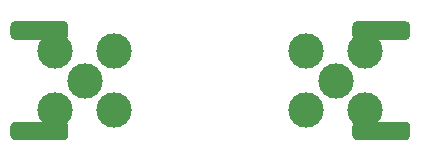
<source format=gbr>
%TF.GenerationSoftware,KiCad,Pcbnew,5.1.9*%
%TF.CreationDate,2021-04-06T14:52:37+03:00*%
%TF.ProjectId,ufilter-pcb,7566696c-7465-4722-9d70-63622e6b6963,r0*%
%TF.SameCoordinates,Original*%
%TF.FileFunction,Soldermask,Bot*%
%TF.FilePolarity,Negative*%
%FSLAX46Y46*%
G04 Gerber Fmt 4.6, Leading zero omitted, Abs format (unit mm)*
G04 Created by KiCad (PCBNEW 5.1.9) date 2021-04-06 14:52:37*
%MOMM*%
%LPD*%
G01*
G04 APERTURE LIST*
%ADD10C,3.000000*%
G04 APERTURE END LIST*
%TO.C,J1*%
G36*
G01*
X64950000Y-23550000D02*
X60850000Y-23550000D01*
G75*
G02*
X60450000Y-23150000I0J400000D01*
G01*
X60450000Y-22350000D01*
G75*
G02*
X60850000Y-21950000I400000J0D01*
G01*
X64950000Y-21950000D01*
G75*
G02*
X65350000Y-22350000I0J-400000D01*
G01*
X65350000Y-23150000D01*
G75*
G02*
X64950000Y-23550000I-400000J0D01*
G01*
G37*
G36*
G01*
X64950000Y-32050000D02*
X60850000Y-32050000D01*
G75*
G02*
X60450000Y-31650000I0J400000D01*
G01*
X60450000Y-30850000D01*
G75*
G02*
X60850000Y-30450000I400000J0D01*
G01*
X64950000Y-30450000D01*
G75*
G02*
X65350000Y-30850000I0J-400000D01*
G01*
X65350000Y-31650000D01*
G75*
G02*
X64950000Y-32050000I-400000J0D01*
G01*
G37*
D10*
X69250000Y-24500000D03*
X69250000Y-29500000D03*
X64250000Y-24500000D03*
X64250000Y-29500000D03*
X66750000Y-27000000D03*
%TD*%
%TO.C,J2*%
X88000000Y-27000000D03*
X90500000Y-24500000D03*
X90500000Y-29500000D03*
X85500000Y-24500000D03*
X85500000Y-29500000D03*
G36*
G01*
X89800000Y-21950000D02*
X93900000Y-21950000D01*
G75*
G02*
X94300000Y-22350000I0J-400000D01*
G01*
X94300000Y-23150000D01*
G75*
G02*
X93900000Y-23550000I-400000J0D01*
G01*
X89800000Y-23550000D01*
G75*
G02*
X89400000Y-23150000I0J400000D01*
G01*
X89400000Y-22350000D01*
G75*
G02*
X89800000Y-21950000I400000J0D01*
G01*
G37*
G36*
G01*
X89800000Y-30450000D02*
X93900000Y-30450000D01*
G75*
G02*
X94300000Y-30850000I0J-400000D01*
G01*
X94300000Y-31650000D01*
G75*
G02*
X93900000Y-32050000I-400000J0D01*
G01*
X89800000Y-32050000D01*
G75*
G02*
X89400000Y-31650000I0J400000D01*
G01*
X89400000Y-30850000D01*
G75*
G02*
X89800000Y-30450000I400000J0D01*
G01*
G37*
%TD*%
M02*

</source>
